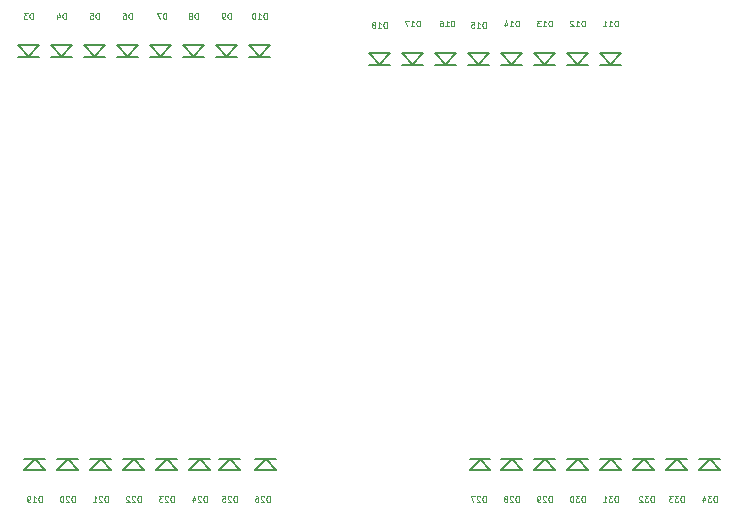
<source format=gbr>
G04 #@! TF.FileFunction,Legend,Bot*
%FSLAX46Y46*%
G04 Gerber Fmt 4.6, Leading zero omitted, Abs format (unit mm)*
G04 Created by KiCad (PCBNEW 201611211049+7371~55~ubuntu16.10.1-product) date Mon Dec 19 15:07:25 2016*
%MOMM*%
%LPD*%
G01*
G04 APERTURE LIST*
%ADD10C,0.100000*%
%ADD11C,0.150000*%
%ADD12C,0.125000*%
G04 APERTURE END LIST*
D10*
D11*
X140157200Y-65424240D02*
X141058000Y-64423480D01*
X141058000Y-64423480D02*
X139358000Y-64423480D01*
X139358000Y-64423480D02*
X140208000Y-65424240D01*
X141058000Y-65424240D02*
X139358000Y-65424240D01*
X142951200Y-65424240D02*
X143852000Y-64423480D01*
X143852000Y-64423480D02*
X142152000Y-64423480D01*
X142152000Y-64423480D02*
X143002000Y-65424240D01*
X143852000Y-65424240D02*
X142152000Y-65424240D01*
X145745200Y-65424240D02*
X146646000Y-64423480D01*
X146646000Y-64423480D02*
X144946000Y-64423480D01*
X144946000Y-64423480D02*
X145796000Y-65424240D01*
X146646000Y-65424240D02*
X144946000Y-65424240D01*
X149440000Y-65424240D02*
X147740000Y-65424240D01*
X147740000Y-64423480D02*
X148590000Y-65424240D01*
X149440000Y-64423480D02*
X147740000Y-64423480D01*
X148539200Y-65424240D02*
X149440000Y-64423480D01*
X151333200Y-65424240D02*
X152234000Y-64423480D01*
X152234000Y-64423480D02*
X150534000Y-64423480D01*
X150534000Y-64423480D02*
X151384000Y-65424240D01*
X152234000Y-65424240D02*
X150534000Y-65424240D01*
X154127200Y-65424240D02*
X155028000Y-64423480D01*
X155028000Y-64423480D02*
X153328000Y-64423480D01*
X153328000Y-64423480D02*
X154178000Y-65424240D01*
X155028000Y-65424240D02*
X153328000Y-65424240D01*
X157822000Y-65424240D02*
X156122000Y-65424240D01*
X156122000Y-64423480D02*
X156972000Y-65424240D01*
X157822000Y-64423480D02*
X156122000Y-64423480D01*
X156921200Y-65424240D02*
X157822000Y-64423480D01*
X159715200Y-65424240D02*
X160616000Y-64423480D01*
X160616000Y-64423480D02*
X158916000Y-64423480D01*
X158916000Y-64423480D02*
X159766000Y-65424240D01*
X160616000Y-65424240D02*
X158916000Y-65424240D01*
X189433200Y-66059240D02*
X190334000Y-65058480D01*
X190334000Y-65058480D02*
X188634000Y-65058480D01*
X188634000Y-65058480D02*
X189484000Y-66059240D01*
X190334000Y-66059240D02*
X188634000Y-66059240D01*
X186639200Y-66059240D02*
X187540000Y-65058480D01*
X187540000Y-65058480D02*
X185840000Y-65058480D01*
X185840000Y-65058480D02*
X186690000Y-66059240D01*
X187540000Y-66059240D02*
X185840000Y-66059240D01*
X183845200Y-66059240D02*
X184746000Y-65058480D01*
X184746000Y-65058480D02*
X183046000Y-65058480D01*
X183046000Y-65058480D02*
X183896000Y-66059240D01*
X184746000Y-66059240D02*
X183046000Y-66059240D01*
X181051200Y-66059240D02*
X181952000Y-65058480D01*
X181952000Y-65058480D02*
X180252000Y-65058480D01*
X180252000Y-65058480D02*
X181102000Y-66059240D01*
X181952000Y-66059240D02*
X180252000Y-66059240D01*
X178257200Y-66059240D02*
X179158000Y-65058480D01*
X179158000Y-65058480D02*
X177458000Y-65058480D01*
X177458000Y-65058480D02*
X178308000Y-66059240D01*
X179158000Y-66059240D02*
X177458000Y-66059240D01*
X175463200Y-66059240D02*
X176364000Y-65058480D01*
X176364000Y-65058480D02*
X174664000Y-65058480D01*
X174664000Y-65058480D02*
X175514000Y-66059240D01*
X176364000Y-66059240D02*
X174664000Y-66059240D01*
X172669200Y-66059240D02*
X173570000Y-65058480D01*
X173570000Y-65058480D02*
X171870000Y-65058480D01*
X171870000Y-65058480D02*
X172720000Y-66059240D01*
X173570000Y-66059240D02*
X171870000Y-66059240D01*
X169875200Y-66059240D02*
X170776000Y-65058480D01*
X170776000Y-65058480D02*
X169076000Y-65058480D01*
X169076000Y-65058480D02*
X169926000Y-66059240D01*
X170776000Y-66059240D02*
X169076000Y-66059240D01*
X140766800Y-99421760D02*
X139866000Y-100422520D01*
X139866000Y-100422520D02*
X141566000Y-100422520D01*
X141566000Y-100422520D02*
X140716000Y-99421760D01*
X139866000Y-99421760D02*
X141566000Y-99421760D01*
X143560800Y-99421760D02*
X142660000Y-100422520D01*
X142660000Y-100422520D02*
X144360000Y-100422520D01*
X144360000Y-100422520D02*
X143510000Y-99421760D01*
X142660000Y-99421760D02*
X144360000Y-99421760D01*
X146354800Y-99421760D02*
X145454000Y-100422520D01*
X145454000Y-100422520D02*
X147154000Y-100422520D01*
X147154000Y-100422520D02*
X146304000Y-99421760D01*
X145454000Y-99421760D02*
X147154000Y-99421760D01*
X149148800Y-99421760D02*
X148248000Y-100422520D01*
X148248000Y-100422520D02*
X149948000Y-100422520D01*
X149948000Y-100422520D02*
X149098000Y-99421760D01*
X148248000Y-99421760D02*
X149948000Y-99421760D01*
X151942800Y-99421760D02*
X151042000Y-100422520D01*
X151042000Y-100422520D02*
X152742000Y-100422520D01*
X152742000Y-100422520D02*
X151892000Y-99421760D01*
X151042000Y-99421760D02*
X152742000Y-99421760D01*
X154736800Y-99421760D02*
X153836000Y-100422520D01*
X153836000Y-100422520D02*
X155536000Y-100422520D01*
X155536000Y-100422520D02*
X154686000Y-99421760D01*
X153836000Y-99421760D02*
X155536000Y-99421760D01*
X157276800Y-99421760D02*
X156376000Y-100422520D01*
X156376000Y-100422520D02*
X158076000Y-100422520D01*
X158076000Y-100422520D02*
X157226000Y-99421760D01*
X156376000Y-99421760D02*
X158076000Y-99421760D01*
X160324800Y-99421760D02*
X159424000Y-100422520D01*
X159424000Y-100422520D02*
X161124000Y-100422520D01*
X161124000Y-100422520D02*
X160274000Y-99421760D01*
X159424000Y-99421760D02*
X161124000Y-99421760D01*
X178485800Y-99421760D02*
X177585000Y-100422520D01*
X177585000Y-100422520D02*
X179285000Y-100422520D01*
X179285000Y-100422520D02*
X178435000Y-99421760D01*
X177585000Y-99421760D02*
X179285000Y-99421760D01*
X181152800Y-99421760D02*
X180252000Y-100422520D01*
X180252000Y-100422520D02*
X181952000Y-100422520D01*
X181952000Y-100422520D02*
X181102000Y-99421760D01*
X180252000Y-99421760D02*
X181952000Y-99421760D01*
X183946800Y-99421760D02*
X183046000Y-100422520D01*
X183046000Y-100422520D02*
X184746000Y-100422520D01*
X184746000Y-100422520D02*
X183896000Y-99421760D01*
X183046000Y-99421760D02*
X184746000Y-99421760D01*
X186740800Y-99421760D02*
X185840000Y-100422520D01*
X185840000Y-100422520D02*
X187540000Y-100422520D01*
X187540000Y-100422520D02*
X186690000Y-99421760D01*
X185840000Y-99421760D02*
X187540000Y-99421760D01*
X189534800Y-99421760D02*
X188634000Y-100422520D01*
X188634000Y-100422520D02*
X190334000Y-100422520D01*
X190334000Y-100422520D02*
X189484000Y-99421760D01*
X188634000Y-99421760D02*
X190334000Y-99421760D01*
X192328800Y-99421760D02*
X191428000Y-100422520D01*
X191428000Y-100422520D02*
X193128000Y-100422520D01*
X193128000Y-100422520D02*
X192278000Y-99421760D01*
X191428000Y-99421760D02*
X193128000Y-99421760D01*
X195122800Y-99421760D02*
X194222000Y-100422520D01*
X194222000Y-100422520D02*
X195922000Y-100422520D01*
X195922000Y-100422520D02*
X195072000Y-99421760D01*
X194222000Y-99421760D02*
X195922000Y-99421760D01*
X197916800Y-99421760D02*
X197016000Y-100422520D01*
X197016000Y-100422520D02*
X198716000Y-100422520D01*
X198716000Y-100422520D02*
X197866000Y-99421760D01*
X197016000Y-99421760D02*
X198716000Y-99421760D01*
D12*
X140577047Y-62202190D02*
X140577047Y-61702190D01*
X140458000Y-61702190D01*
X140386571Y-61726000D01*
X140338952Y-61773619D01*
X140315142Y-61821238D01*
X140291333Y-61916476D01*
X140291333Y-61987904D01*
X140315142Y-62083142D01*
X140338952Y-62130761D01*
X140386571Y-62178380D01*
X140458000Y-62202190D01*
X140577047Y-62202190D01*
X140124666Y-61702190D02*
X139815142Y-61702190D01*
X139981809Y-61892666D01*
X139910380Y-61892666D01*
X139862761Y-61916476D01*
X139838952Y-61940285D01*
X139815142Y-61987904D01*
X139815142Y-62106952D01*
X139838952Y-62154571D01*
X139862761Y-62178380D01*
X139910380Y-62202190D01*
X140053238Y-62202190D01*
X140100857Y-62178380D01*
X140124666Y-62154571D01*
X143371047Y-62202190D02*
X143371047Y-61702190D01*
X143252000Y-61702190D01*
X143180571Y-61726000D01*
X143132952Y-61773619D01*
X143109142Y-61821238D01*
X143085333Y-61916476D01*
X143085333Y-61987904D01*
X143109142Y-62083142D01*
X143132952Y-62130761D01*
X143180571Y-62178380D01*
X143252000Y-62202190D01*
X143371047Y-62202190D01*
X142656761Y-61868857D02*
X142656761Y-62202190D01*
X142775809Y-61678380D02*
X142894857Y-62035523D01*
X142585333Y-62035523D01*
X146165047Y-62202190D02*
X146165047Y-61702190D01*
X146046000Y-61702190D01*
X145974571Y-61726000D01*
X145926952Y-61773619D01*
X145903142Y-61821238D01*
X145879333Y-61916476D01*
X145879333Y-61987904D01*
X145903142Y-62083142D01*
X145926952Y-62130761D01*
X145974571Y-62178380D01*
X146046000Y-62202190D01*
X146165047Y-62202190D01*
X145426952Y-61702190D02*
X145665047Y-61702190D01*
X145688857Y-61940285D01*
X145665047Y-61916476D01*
X145617428Y-61892666D01*
X145498380Y-61892666D01*
X145450761Y-61916476D01*
X145426952Y-61940285D01*
X145403142Y-61987904D01*
X145403142Y-62106952D01*
X145426952Y-62154571D01*
X145450761Y-62178380D01*
X145498380Y-62202190D01*
X145617428Y-62202190D01*
X145665047Y-62178380D01*
X145688857Y-62154571D01*
X148959047Y-62202190D02*
X148959047Y-61702190D01*
X148840000Y-61702190D01*
X148768571Y-61726000D01*
X148720952Y-61773619D01*
X148697142Y-61821238D01*
X148673333Y-61916476D01*
X148673333Y-61987904D01*
X148697142Y-62083142D01*
X148720952Y-62130761D01*
X148768571Y-62178380D01*
X148840000Y-62202190D01*
X148959047Y-62202190D01*
X148244761Y-61702190D02*
X148340000Y-61702190D01*
X148387619Y-61726000D01*
X148411428Y-61749809D01*
X148459047Y-61821238D01*
X148482857Y-61916476D01*
X148482857Y-62106952D01*
X148459047Y-62154571D01*
X148435238Y-62178380D01*
X148387619Y-62202190D01*
X148292380Y-62202190D01*
X148244761Y-62178380D01*
X148220952Y-62154571D01*
X148197142Y-62106952D01*
X148197142Y-61987904D01*
X148220952Y-61940285D01*
X148244761Y-61916476D01*
X148292380Y-61892666D01*
X148387619Y-61892666D01*
X148435238Y-61916476D01*
X148459047Y-61940285D01*
X148482857Y-61987904D01*
X151880047Y-62202190D02*
X151880047Y-61702190D01*
X151761000Y-61702190D01*
X151689571Y-61726000D01*
X151641952Y-61773619D01*
X151618142Y-61821238D01*
X151594333Y-61916476D01*
X151594333Y-61987904D01*
X151618142Y-62083142D01*
X151641952Y-62130761D01*
X151689571Y-62178380D01*
X151761000Y-62202190D01*
X151880047Y-62202190D01*
X151427666Y-61702190D02*
X151094333Y-61702190D01*
X151308619Y-62202190D01*
X154547047Y-62202190D02*
X154547047Y-61702190D01*
X154428000Y-61702190D01*
X154356571Y-61726000D01*
X154308952Y-61773619D01*
X154285142Y-61821238D01*
X154261333Y-61916476D01*
X154261333Y-61987904D01*
X154285142Y-62083142D01*
X154308952Y-62130761D01*
X154356571Y-62178380D01*
X154428000Y-62202190D01*
X154547047Y-62202190D01*
X153975619Y-61916476D02*
X154023238Y-61892666D01*
X154047047Y-61868857D01*
X154070857Y-61821238D01*
X154070857Y-61797428D01*
X154047047Y-61749809D01*
X154023238Y-61726000D01*
X153975619Y-61702190D01*
X153880380Y-61702190D01*
X153832761Y-61726000D01*
X153808952Y-61749809D01*
X153785142Y-61797428D01*
X153785142Y-61821238D01*
X153808952Y-61868857D01*
X153832761Y-61892666D01*
X153880380Y-61916476D01*
X153975619Y-61916476D01*
X154023238Y-61940285D01*
X154047047Y-61964095D01*
X154070857Y-62011714D01*
X154070857Y-62106952D01*
X154047047Y-62154571D01*
X154023238Y-62178380D01*
X153975619Y-62202190D01*
X153880380Y-62202190D01*
X153832761Y-62178380D01*
X153808952Y-62154571D01*
X153785142Y-62106952D01*
X153785142Y-62011714D01*
X153808952Y-61964095D01*
X153832761Y-61940285D01*
X153880380Y-61916476D01*
X157341047Y-62202190D02*
X157341047Y-61702190D01*
X157222000Y-61702190D01*
X157150571Y-61726000D01*
X157102952Y-61773619D01*
X157079142Y-61821238D01*
X157055333Y-61916476D01*
X157055333Y-61987904D01*
X157079142Y-62083142D01*
X157102952Y-62130761D01*
X157150571Y-62178380D01*
X157222000Y-62202190D01*
X157341047Y-62202190D01*
X156817238Y-62202190D02*
X156722000Y-62202190D01*
X156674380Y-62178380D01*
X156650571Y-62154571D01*
X156602952Y-62083142D01*
X156579142Y-61987904D01*
X156579142Y-61797428D01*
X156602952Y-61749809D01*
X156626761Y-61726000D01*
X156674380Y-61702190D01*
X156769619Y-61702190D01*
X156817238Y-61726000D01*
X156841047Y-61749809D01*
X156864857Y-61797428D01*
X156864857Y-61916476D01*
X156841047Y-61964095D01*
X156817238Y-61987904D01*
X156769619Y-62011714D01*
X156674380Y-62011714D01*
X156626761Y-61987904D01*
X156602952Y-61964095D01*
X156579142Y-61916476D01*
X160373142Y-62202190D02*
X160373142Y-61702190D01*
X160254095Y-61702190D01*
X160182666Y-61726000D01*
X160135047Y-61773619D01*
X160111238Y-61821238D01*
X160087428Y-61916476D01*
X160087428Y-61987904D01*
X160111238Y-62083142D01*
X160135047Y-62130761D01*
X160182666Y-62178380D01*
X160254095Y-62202190D01*
X160373142Y-62202190D01*
X159611238Y-62202190D02*
X159896952Y-62202190D01*
X159754095Y-62202190D02*
X159754095Y-61702190D01*
X159801714Y-61773619D01*
X159849333Y-61821238D01*
X159896952Y-61845047D01*
X159301714Y-61702190D02*
X159254095Y-61702190D01*
X159206476Y-61726000D01*
X159182666Y-61749809D01*
X159158857Y-61797428D01*
X159135047Y-61892666D01*
X159135047Y-62011714D01*
X159158857Y-62106952D01*
X159182666Y-62154571D01*
X159206476Y-62178380D01*
X159254095Y-62202190D01*
X159301714Y-62202190D01*
X159349333Y-62178380D01*
X159373142Y-62154571D01*
X159396952Y-62106952D01*
X159420761Y-62011714D01*
X159420761Y-61892666D01*
X159396952Y-61797428D01*
X159373142Y-61749809D01*
X159349333Y-61726000D01*
X159301714Y-61702190D01*
X190091142Y-62837190D02*
X190091142Y-62337190D01*
X189972095Y-62337190D01*
X189900666Y-62361000D01*
X189853047Y-62408619D01*
X189829238Y-62456238D01*
X189805428Y-62551476D01*
X189805428Y-62622904D01*
X189829238Y-62718142D01*
X189853047Y-62765761D01*
X189900666Y-62813380D01*
X189972095Y-62837190D01*
X190091142Y-62837190D01*
X189329238Y-62837190D02*
X189614952Y-62837190D01*
X189472095Y-62837190D02*
X189472095Y-62337190D01*
X189519714Y-62408619D01*
X189567333Y-62456238D01*
X189614952Y-62480047D01*
X188853047Y-62837190D02*
X189138761Y-62837190D01*
X188995904Y-62837190D02*
X188995904Y-62337190D01*
X189043523Y-62408619D01*
X189091142Y-62456238D01*
X189138761Y-62480047D01*
X187297142Y-62837190D02*
X187297142Y-62337190D01*
X187178095Y-62337190D01*
X187106666Y-62361000D01*
X187059047Y-62408619D01*
X187035238Y-62456238D01*
X187011428Y-62551476D01*
X187011428Y-62622904D01*
X187035238Y-62718142D01*
X187059047Y-62765761D01*
X187106666Y-62813380D01*
X187178095Y-62837190D01*
X187297142Y-62837190D01*
X186535238Y-62837190D02*
X186820952Y-62837190D01*
X186678095Y-62837190D02*
X186678095Y-62337190D01*
X186725714Y-62408619D01*
X186773333Y-62456238D01*
X186820952Y-62480047D01*
X186344761Y-62384809D02*
X186320952Y-62361000D01*
X186273333Y-62337190D01*
X186154285Y-62337190D01*
X186106666Y-62361000D01*
X186082857Y-62384809D01*
X186059047Y-62432428D01*
X186059047Y-62480047D01*
X186082857Y-62551476D01*
X186368571Y-62837190D01*
X186059047Y-62837190D01*
X184503142Y-62837190D02*
X184503142Y-62337190D01*
X184384095Y-62337190D01*
X184312666Y-62361000D01*
X184265047Y-62408619D01*
X184241238Y-62456238D01*
X184217428Y-62551476D01*
X184217428Y-62622904D01*
X184241238Y-62718142D01*
X184265047Y-62765761D01*
X184312666Y-62813380D01*
X184384095Y-62837190D01*
X184503142Y-62837190D01*
X183741238Y-62837190D02*
X184026952Y-62837190D01*
X183884095Y-62837190D02*
X183884095Y-62337190D01*
X183931714Y-62408619D01*
X183979333Y-62456238D01*
X184026952Y-62480047D01*
X183574571Y-62337190D02*
X183265047Y-62337190D01*
X183431714Y-62527666D01*
X183360285Y-62527666D01*
X183312666Y-62551476D01*
X183288857Y-62575285D01*
X183265047Y-62622904D01*
X183265047Y-62741952D01*
X183288857Y-62789571D01*
X183312666Y-62813380D01*
X183360285Y-62837190D01*
X183503142Y-62837190D01*
X183550761Y-62813380D01*
X183574571Y-62789571D01*
X181709142Y-62837190D02*
X181709142Y-62337190D01*
X181590095Y-62337190D01*
X181518666Y-62361000D01*
X181471047Y-62408619D01*
X181447238Y-62456238D01*
X181423428Y-62551476D01*
X181423428Y-62622904D01*
X181447238Y-62718142D01*
X181471047Y-62765761D01*
X181518666Y-62813380D01*
X181590095Y-62837190D01*
X181709142Y-62837190D01*
X180947238Y-62837190D02*
X181232952Y-62837190D01*
X181090095Y-62837190D02*
X181090095Y-62337190D01*
X181137714Y-62408619D01*
X181185333Y-62456238D01*
X181232952Y-62480047D01*
X180518666Y-62503857D02*
X180518666Y-62837190D01*
X180637714Y-62313380D02*
X180756761Y-62670523D01*
X180447238Y-62670523D01*
X178915142Y-62964190D02*
X178915142Y-62464190D01*
X178796095Y-62464190D01*
X178724666Y-62488000D01*
X178677047Y-62535619D01*
X178653238Y-62583238D01*
X178629428Y-62678476D01*
X178629428Y-62749904D01*
X178653238Y-62845142D01*
X178677047Y-62892761D01*
X178724666Y-62940380D01*
X178796095Y-62964190D01*
X178915142Y-62964190D01*
X178153238Y-62964190D02*
X178438952Y-62964190D01*
X178296095Y-62964190D02*
X178296095Y-62464190D01*
X178343714Y-62535619D01*
X178391333Y-62583238D01*
X178438952Y-62607047D01*
X177700857Y-62464190D02*
X177938952Y-62464190D01*
X177962761Y-62702285D01*
X177938952Y-62678476D01*
X177891333Y-62654666D01*
X177772285Y-62654666D01*
X177724666Y-62678476D01*
X177700857Y-62702285D01*
X177677047Y-62749904D01*
X177677047Y-62868952D01*
X177700857Y-62916571D01*
X177724666Y-62940380D01*
X177772285Y-62964190D01*
X177891333Y-62964190D01*
X177938952Y-62940380D01*
X177962761Y-62916571D01*
X176248142Y-62837190D02*
X176248142Y-62337190D01*
X176129095Y-62337190D01*
X176057666Y-62361000D01*
X176010047Y-62408619D01*
X175986238Y-62456238D01*
X175962428Y-62551476D01*
X175962428Y-62622904D01*
X175986238Y-62718142D01*
X176010047Y-62765761D01*
X176057666Y-62813380D01*
X176129095Y-62837190D01*
X176248142Y-62837190D01*
X175486238Y-62837190D02*
X175771952Y-62837190D01*
X175629095Y-62837190D02*
X175629095Y-62337190D01*
X175676714Y-62408619D01*
X175724333Y-62456238D01*
X175771952Y-62480047D01*
X175057666Y-62337190D02*
X175152904Y-62337190D01*
X175200523Y-62361000D01*
X175224333Y-62384809D01*
X175271952Y-62456238D01*
X175295761Y-62551476D01*
X175295761Y-62741952D01*
X175271952Y-62789571D01*
X175248142Y-62813380D01*
X175200523Y-62837190D01*
X175105285Y-62837190D01*
X175057666Y-62813380D01*
X175033857Y-62789571D01*
X175010047Y-62741952D01*
X175010047Y-62622904D01*
X175033857Y-62575285D01*
X175057666Y-62551476D01*
X175105285Y-62527666D01*
X175200523Y-62527666D01*
X175248142Y-62551476D01*
X175271952Y-62575285D01*
X175295761Y-62622904D01*
X173327142Y-62837190D02*
X173327142Y-62337190D01*
X173208095Y-62337190D01*
X173136666Y-62361000D01*
X173089047Y-62408619D01*
X173065238Y-62456238D01*
X173041428Y-62551476D01*
X173041428Y-62622904D01*
X173065238Y-62718142D01*
X173089047Y-62765761D01*
X173136666Y-62813380D01*
X173208095Y-62837190D01*
X173327142Y-62837190D01*
X172565238Y-62837190D02*
X172850952Y-62837190D01*
X172708095Y-62837190D02*
X172708095Y-62337190D01*
X172755714Y-62408619D01*
X172803333Y-62456238D01*
X172850952Y-62480047D01*
X172398571Y-62337190D02*
X172065238Y-62337190D01*
X172279523Y-62837190D01*
X170533142Y-62964190D02*
X170533142Y-62464190D01*
X170414095Y-62464190D01*
X170342666Y-62488000D01*
X170295047Y-62535619D01*
X170271238Y-62583238D01*
X170247428Y-62678476D01*
X170247428Y-62749904D01*
X170271238Y-62845142D01*
X170295047Y-62892761D01*
X170342666Y-62940380D01*
X170414095Y-62964190D01*
X170533142Y-62964190D01*
X169771238Y-62964190D02*
X170056952Y-62964190D01*
X169914095Y-62964190D02*
X169914095Y-62464190D01*
X169961714Y-62535619D01*
X170009333Y-62583238D01*
X170056952Y-62607047D01*
X169485523Y-62678476D02*
X169533142Y-62654666D01*
X169556952Y-62630857D01*
X169580761Y-62583238D01*
X169580761Y-62559428D01*
X169556952Y-62511809D01*
X169533142Y-62488000D01*
X169485523Y-62464190D01*
X169390285Y-62464190D01*
X169342666Y-62488000D01*
X169318857Y-62511809D01*
X169295047Y-62559428D01*
X169295047Y-62583238D01*
X169318857Y-62630857D01*
X169342666Y-62654666D01*
X169390285Y-62678476D01*
X169485523Y-62678476D01*
X169533142Y-62702285D01*
X169556952Y-62726095D01*
X169580761Y-62773714D01*
X169580761Y-62868952D01*
X169556952Y-62916571D01*
X169533142Y-62940380D01*
X169485523Y-62964190D01*
X169390285Y-62964190D01*
X169342666Y-62940380D01*
X169318857Y-62916571D01*
X169295047Y-62868952D01*
X169295047Y-62773714D01*
X169318857Y-62726095D01*
X169342666Y-62702285D01*
X169390285Y-62678476D01*
X141323142Y-103096190D02*
X141323142Y-102596190D01*
X141204095Y-102596190D01*
X141132666Y-102620000D01*
X141085047Y-102667619D01*
X141061238Y-102715238D01*
X141037428Y-102810476D01*
X141037428Y-102881904D01*
X141061238Y-102977142D01*
X141085047Y-103024761D01*
X141132666Y-103072380D01*
X141204095Y-103096190D01*
X141323142Y-103096190D01*
X140561238Y-103096190D02*
X140846952Y-103096190D01*
X140704095Y-103096190D02*
X140704095Y-102596190D01*
X140751714Y-102667619D01*
X140799333Y-102715238D01*
X140846952Y-102739047D01*
X140323142Y-103096190D02*
X140227904Y-103096190D01*
X140180285Y-103072380D01*
X140156476Y-103048571D01*
X140108857Y-102977142D01*
X140085047Y-102881904D01*
X140085047Y-102691428D01*
X140108857Y-102643809D01*
X140132666Y-102620000D01*
X140180285Y-102596190D01*
X140275523Y-102596190D01*
X140323142Y-102620000D01*
X140346952Y-102643809D01*
X140370761Y-102691428D01*
X140370761Y-102810476D01*
X140346952Y-102858095D01*
X140323142Y-102881904D01*
X140275523Y-102905714D01*
X140180285Y-102905714D01*
X140132666Y-102881904D01*
X140108857Y-102858095D01*
X140085047Y-102810476D01*
X144117142Y-103096190D02*
X144117142Y-102596190D01*
X143998095Y-102596190D01*
X143926666Y-102620000D01*
X143879047Y-102667619D01*
X143855238Y-102715238D01*
X143831428Y-102810476D01*
X143831428Y-102881904D01*
X143855238Y-102977142D01*
X143879047Y-103024761D01*
X143926666Y-103072380D01*
X143998095Y-103096190D01*
X144117142Y-103096190D01*
X143640952Y-102643809D02*
X143617142Y-102620000D01*
X143569523Y-102596190D01*
X143450476Y-102596190D01*
X143402857Y-102620000D01*
X143379047Y-102643809D01*
X143355238Y-102691428D01*
X143355238Y-102739047D01*
X143379047Y-102810476D01*
X143664761Y-103096190D01*
X143355238Y-103096190D01*
X143045714Y-102596190D02*
X142998095Y-102596190D01*
X142950476Y-102620000D01*
X142926666Y-102643809D01*
X142902857Y-102691428D01*
X142879047Y-102786666D01*
X142879047Y-102905714D01*
X142902857Y-103000952D01*
X142926666Y-103048571D01*
X142950476Y-103072380D01*
X142998095Y-103096190D01*
X143045714Y-103096190D01*
X143093333Y-103072380D01*
X143117142Y-103048571D01*
X143140952Y-103000952D01*
X143164761Y-102905714D01*
X143164761Y-102786666D01*
X143140952Y-102691428D01*
X143117142Y-102643809D01*
X143093333Y-102620000D01*
X143045714Y-102596190D01*
X146911142Y-103096190D02*
X146911142Y-102596190D01*
X146792095Y-102596190D01*
X146720666Y-102620000D01*
X146673047Y-102667619D01*
X146649238Y-102715238D01*
X146625428Y-102810476D01*
X146625428Y-102881904D01*
X146649238Y-102977142D01*
X146673047Y-103024761D01*
X146720666Y-103072380D01*
X146792095Y-103096190D01*
X146911142Y-103096190D01*
X146434952Y-102643809D02*
X146411142Y-102620000D01*
X146363523Y-102596190D01*
X146244476Y-102596190D01*
X146196857Y-102620000D01*
X146173047Y-102643809D01*
X146149238Y-102691428D01*
X146149238Y-102739047D01*
X146173047Y-102810476D01*
X146458761Y-103096190D01*
X146149238Y-103096190D01*
X145673047Y-103096190D02*
X145958761Y-103096190D01*
X145815904Y-103096190D02*
X145815904Y-102596190D01*
X145863523Y-102667619D01*
X145911142Y-102715238D01*
X145958761Y-102739047D01*
X149705142Y-103096190D02*
X149705142Y-102596190D01*
X149586095Y-102596190D01*
X149514666Y-102620000D01*
X149467047Y-102667619D01*
X149443238Y-102715238D01*
X149419428Y-102810476D01*
X149419428Y-102881904D01*
X149443238Y-102977142D01*
X149467047Y-103024761D01*
X149514666Y-103072380D01*
X149586095Y-103096190D01*
X149705142Y-103096190D01*
X149228952Y-102643809D02*
X149205142Y-102620000D01*
X149157523Y-102596190D01*
X149038476Y-102596190D01*
X148990857Y-102620000D01*
X148967047Y-102643809D01*
X148943238Y-102691428D01*
X148943238Y-102739047D01*
X148967047Y-102810476D01*
X149252761Y-103096190D01*
X148943238Y-103096190D01*
X148752761Y-102643809D02*
X148728952Y-102620000D01*
X148681333Y-102596190D01*
X148562285Y-102596190D01*
X148514666Y-102620000D01*
X148490857Y-102643809D01*
X148467047Y-102691428D01*
X148467047Y-102739047D01*
X148490857Y-102810476D01*
X148776571Y-103096190D01*
X148467047Y-103096190D01*
X152499142Y-103096190D02*
X152499142Y-102596190D01*
X152380095Y-102596190D01*
X152308666Y-102620000D01*
X152261047Y-102667619D01*
X152237238Y-102715238D01*
X152213428Y-102810476D01*
X152213428Y-102881904D01*
X152237238Y-102977142D01*
X152261047Y-103024761D01*
X152308666Y-103072380D01*
X152380095Y-103096190D01*
X152499142Y-103096190D01*
X152022952Y-102643809D02*
X151999142Y-102620000D01*
X151951523Y-102596190D01*
X151832476Y-102596190D01*
X151784857Y-102620000D01*
X151761047Y-102643809D01*
X151737238Y-102691428D01*
X151737238Y-102739047D01*
X151761047Y-102810476D01*
X152046761Y-103096190D01*
X151737238Y-103096190D01*
X151570571Y-102596190D02*
X151261047Y-102596190D01*
X151427714Y-102786666D01*
X151356285Y-102786666D01*
X151308666Y-102810476D01*
X151284857Y-102834285D01*
X151261047Y-102881904D01*
X151261047Y-103000952D01*
X151284857Y-103048571D01*
X151308666Y-103072380D01*
X151356285Y-103096190D01*
X151499142Y-103096190D01*
X151546761Y-103072380D01*
X151570571Y-103048571D01*
X155293142Y-103096190D02*
X155293142Y-102596190D01*
X155174095Y-102596190D01*
X155102666Y-102620000D01*
X155055047Y-102667619D01*
X155031238Y-102715238D01*
X155007428Y-102810476D01*
X155007428Y-102881904D01*
X155031238Y-102977142D01*
X155055047Y-103024761D01*
X155102666Y-103072380D01*
X155174095Y-103096190D01*
X155293142Y-103096190D01*
X154816952Y-102643809D02*
X154793142Y-102620000D01*
X154745523Y-102596190D01*
X154626476Y-102596190D01*
X154578857Y-102620000D01*
X154555047Y-102643809D01*
X154531238Y-102691428D01*
X154531238Y-102739047D01*
X154555047Y-102810476D01*
X154840761Y-103096190D01*
X154531238Y-103096190D01*
X154102666Y-102762857D02*
X154102666Y-103096190D01*
X154221714Y-102572380D02*
X154340761Y-102929523D01*
X154031238Y-102929523D01*
X157833142Y-103096190D02*
X157833142Y-102596190D01*
X157714095Y-102596190D01*
X157642666Y-102620000D01*
X157595047Y-102667619D01*
X157571238Y-102715238D01*
X157547428Y-102810476D01*
X157547428Y-102881904D01*
X157571238Y-102977142D01*
X157595047Y-103024761D01*
X157642666Y-103072380D01*
X157714095Y-103096190D01*
X157833142Y-103096190D01*
X157356952Y-102643809D02*
X157333142Y-102620000D01*
X157285523Y-102596190D01*
X157166476Y-102596190D01*
X157118857Y-102620000D01*
X157095047Y-102643809D01*
X157071238Y-102691428D01*
X157071238Y-102739047D01*
X157095047Y-102810476D01*
X157380761Y-103096190D01*
X157071238Y-103096190D01*
X156618857Y-102596190D02*
X156856952Y-102596190D01*
X156880761Y-102834285D01*
X156856952Y-102810476D01*
X156809333Y-102786666D01*
X156690285Y-102786666D01*
X156642666Y-102810476D01*
X156618857Y-102834285D01*
X156595047Y-102881904D01*
X156595047Y-103000952D01*
X156618857Y-103048571D01*
X156642666Y-103072380D01*
X156690285Y-103096190D01*
X156809333Y-103096190D01*
X156856952Y-103072380D01*
X156880761Y-103048571D01*
X160627142Y-103096190D02*
X160627142Y-102596190D01*
X160508095Y-102596190D01*
X160436666Y-102620000D01*
X160389047Y-102667619D01*
X160365238Y-102715238D01*
X160341428Y-102810476D01*
X160341428Y-102881904D01*
X160365238Y-102977142D01*
X160389047Y-103024761D01*
X160436666Y-103072380D01*
X160508095Y-103096190D01*
X160627142Y-103096190D01*
X160150952Y-102643809D02*
X160127142Y-102620000D01*
X160079523Y-102596190D01*
X159960476Y-102596190D01*
X159912857Y-102620000D01*
X159889047Y-102643809D01*
X159865238Y-102691428D01*
X159865238Y-102739047D01*
X159889047Y-102810476D01*
X160174761Y-103096190D01*
X159865238Y-103096190D01*
X159436666Y-102596190D02*
X159531904Y-102596190D01*
X159579523Y-102620000D01*
X159603333Y-102643809D01*
X159650952Y-102715238D01*
X159674761Y-102810476D01*
X159674761Y-103000952D01*
X159650952Y-103048571D01*
X159627142Y-103072380D01*
X159579523Y-103096190D01*
X159484285Y-103096190D01*
X159436666Y-103072380D01*
X159412857Y-103048571D01*
X159389047Y-103000952D01*
X159389047Y-102881904D01*
X159412857Y-102834285D01*
X159436666Y-102810476D01*
X159484285Y-102786666D01*
X159579523Y-102786666D01*
X159627142Y-102810476D01*
X159650952Y-102834285D01*
X159674761Y-102881904D01*
X178915142Y-103096190D02*
X178915142Y-102596190D01*
X178796095Y-102596190D01*
X178724666Y-102620000D01*
X178677047Y-102667619D01*
X178653238Y-102715238D01*
X178629428Y-102810476D01*
X178629428Y-102881904D01*
X178653238Y-102977142D01*
X178677047Y-103024761D01*
X178724666Y-103072380D01*
X178796095Y-103096190D01*
X178915142Y-103096190D01*
X178438952Y-102643809D02*
X178415142Y-102620000D01*
X178367523Y-102596190D01*
X178248476Y-102596190D01*
X178200857Y-102620000D01*
X178177047Y-102643809D01*
X178153238Y-102691428D01*
X178153238Y-102739047D01*
X178177047Y-102810476D01*
X178462761Y-103096190D01*
X178153238Y-103096190D01*
X177986571Y-102596190D02*
X177653238Y-102596190D01*
X177867523Y-103096190D01*
X181709142Y-103096190D02*
X181709142Y-102596190D01*
X181590095Y-102596190D01*
X181518666Y-102620000D01*
X181471047Y-102667619D01*
X181447238Y-102715238D01*
X181423428Y-102810476D01*
X181423428Y-102881904D01*
X181447238Y-102977142D01*
X181471047Y-103024761D01*
X181518666Y-103072380D01*
X181590095Y-103096190D01*
X181709142Y-103096190D01*
X181232952Y-102643809D02*
X181209142Y-102620000D01*
X181161523Y-102596190D01*
X181042476Y-102596190D01*
X180994857Y-102620000D01*
X180971047Y-102643809D01*
X180947238Y-102691428D01*
X180947238Y-102739047D01*
X180971047Y-102810476D01*
X181256761Y-103096190D01*
X180947238Y-103096190D01*
X180661523Y-102810476D02*
X180709142Y-102786666D01*
X180732952Y-102762857D01*
X180756761Y-102715238D01*
X180756761Y-102691428D01*
X180732952Y-102643809D01*
X180709142Y-102620000D01*
X180661523Y-102596190D01*
X180566285Y-102596190D01*
X180518666Y-102620000D01*
X180494857Y-102643809D01*
X180471047Y-102691428D01*
X180471047Y-102715238D01*
X180494857Y-102762857D01*
X180518666Y-102786666D01*
X180566285Y-102810476D01*
X180661523Y-102810476D01*
X180709142Y-102834285D01*
X180732952Y-102858095D01*
X180756761Y-102905714D01*
X180756761Y-103000952D01*
X180732952Y-103048571D01*
X180709142Y-103072380D01*
X180661523Y-103096190D01*
X180566285Y-103096190D01*
X180518666Y-103072380D01*
X180494857Y-103048571D01*
X180471047Y-103000952D01*
X180471047Y-102905714D01*
X180494857Y-102858095D01*
X180518666Y-102834285D01*
X180566285Y-102810476D01*
X184503142Y-103096190D02*
X184503142Y-102596190D01*
X184384095Y-102596190D01*
X184312666Y-102620000D01*
X184265047Y-102667619D01*
X184241238Y-102715238D01*
X184217428Y-102810476D01*
X184217428Y-102881904D01*
X184241238Y-102977142D01*
X184265047Y-103024761D01*
X184312666Y-103072380D01*
X184384095Y-103096190D01*
X184503142Y-103096190D01*
X184026952Y-102643809D02*
X184003142Y-102620000D01*
X183955523Y-102596190D01*
X183836476Y-102596190D01*
X183788857Y-102620000D01*
X183765047Y-102643809D01*
X183741238Y-102691428D01*
X183741238Y-102739047D01*
X183765047Y-102810476D01*
X184050761Y-103096190D01*
X183741238Y-103096190D01*
X183503142Y-103096190D02*
X183407904Y-103096190D01*
X183360285Y-103072380D01*
X183336476Y-103048571D01*
X183288857Y-102977142D01*
X183265047Y-102881904D01*
X183265047Y-102691428D01*
X183288857Y-102643809D01*
X183312666Y-102620000D01*
X183360285Y-102596190D01*
X183455523Y-102596190D01*
X183503142Y-102620000D01*
X183526952Y-102643809D01*
X183550761Y-102691428D01*
X183550761Y-102810476D01*
X183526952Y-102858095D01*
X183503142Y-102881904D01*
X183455523Y-102905714D01*
X183360285Y-102905714D01*
X183312666Y-102881904D01*
X183288857Y-102858095D01*
X183265047Y-102810476D01*
X187297142Y-103096190D02*
X187297142Y-102596190D01*
X187178095Y-102596190D01*
X187106666Y-102620000D01*
X187059047Y-102667619D01*
X187035238Y-102715238D01*
X187011428Y-102810476D01*
X187011428Y-102881904D01*
X187035238Y-102977142D01*
X187059047Y-103024761D01*
X187106666Y-103072380D01*
X187178095Y-103096190D01*
X187297142Y-103096190D01*
X186844761Y-102596190D02*
X186535238Y-102596190D01*
X186701904Y-102786666D01*
X186630476Y-102786666D01*
X186582857Y-102810476D01*
X186559047Y-102834285D01*
X186535238Y-102881904D01*
X186535238Y-103000952D01*
X186559047Y-103048571D01*
X186582857Y-103072380D01*
X186630476Y-103096190D01*
X186773333Y-103096190D01*
X186820952Y-103072380D01*
X186844761Y-103048571D01*
X186225714Y-102596190D02*
X186178095Y-102596190D01*
X186130476Y-102620000D01*
X186106666Y-102643809D01*
X186082857Y-102691428D01*
X186059047Y-102786666D01*
X186059047Y-102905714D01*
X186082857Y-103000952D01*
X186106666Y-103048571D01*
X186130476Y-103072380D01*
X186178095Y-103096190D01*
X186225714Y-103096190D01*
X186273333Y-103072380D01*
X186297142Y-103048571D01*
X186320952Y-103000952D01*
X186344761Y-102905714D01*
X186344761Y-102786666D01*
X186320952Y-102691428D01*
X186297142Y-102643809D01*
X186273333Y-102620000D01*
X186225714Y-102596190D01*
X190091142Y-103096190D02*
X190091142Y-102596190D01*
X189972095Y-102596190D01*
X189900666Y-102620000D01*
X189853047Y-102667619D01*
X189829238Y-102715238D01*
X189805428Y-102810476D01*
X189805428Y-102881904D01*
X189829238Y-102977142D01*
X189853047Y-103024761D01*
X189900666Y-103072380D01*
X189972095Y-103096190D01*
X190091142Y-103096190D01*
X189638761Y-102596190D02*
X189329238Y-102596190D01*
X189495904Y-102786666D01*
X189424476Y-102786666D01*
X189376857Y-102810476D01*
X189353047Y-102834285D01*
X189329238Y-102881904D01*
X189329238Y-103000952D01*
X189353047Y-103048571D01*
X189376857Y-103072380D01*
X189424476Y-103096190D01*
X189567333Y-103096190D01*
X189614952Y-103072380D01*
X189638761Y-103048571D01*
X188853047Y-103096190D02*
X189138761Y-103096190D01*
X188995904Y-103096190D02*
X188995904Y-102596190D01*
X189043523Y-102667619D01*
X189091142Y-102715238D01*
X189138761Y-102739047D01*
X193139142Y-103096190D02*
X193139142Y-102596190D01*
X193020095Y-102596190D01*
X192948666Y-102620000D01*
X192901047Y-102667619D01*
X192877238Y-102715238D01*
X192853428Y-102810476D01*
X192853428Y-102881904D01*
X192877238Y-102977142D01*
X192901047Y-103024761D01*
X192948666Y-103072380D01*
X193020095Y-103096190D01*
X193139142Y-103096190D01*
X192686761Y-102596190D02*
X192377238Y-102596190D01*
X192543904Y-102786666D01*
X192472476Y-102786666D01*
X192424857Y-102810476D01*
X192401047Y-102834285D01*
X192377238Y-102881904D01*
X192377238Y-103000952D01*
X192401047Y-103048571D01*
X192424857Y-103072380D01*
X192472476Y-103096190D01*
X192615333Y-103096190D01*
X192662952Y-103072380D01*
X192686761Y-103048571D01*
X192186761Y-102643809D02*
X192162952Y-102620000D01*
X192115333Y-102596190D01*
X191996285Y-102596190D01*
X191948666Y-102620000D01*
X191924857Y-102643809D01*
X191901047Y-102691428D01*
X191901047Y-102739047D01*
X191924857Y-102810476D01*
X192210571Y-103096190D01*
X191901047Y-103096190D01*
X195679142Y-103096190D02*
X195679142Y-102596190D01*
X195560095Y-102596190D01*
X195488666Y-102620000D01*
X195441047Y-102667619D01*
X195417238Y-102715238D01*
X195393428Y-102810476D01*
X195393428Y-102881904D01*
X195417238Y-102977142D01*
X195441047Y-103024761D01*
X195488666Y-103072380D01*
X195560095Y-103096190D01*
X195679142Y-103096190D01*
X195226761Y-102596190D02*
X194917238Y-102596190D01*
X195083904Y-102786666D01*
X195012476Y-102786666D01*
X194964857Y-102810476D01*
X194941047Y-102834285D01*
X194917238Y-102881904D01*
X194917238Y-103000952D01*
X194941047Y-103048571D01*
X194964857Y-103072380D01*
X195012476Y-103096190D01*
X195155333Y-103096190D01*
X195202952Y-103072380D01*
X195226761Y-103048571D01*
X194750571Y-102596190D02*
X194441047Y-102596190D01*
X194607714Y-102786666D01*
X194536285Y-102786666D01*
X194488666Y-102810476D01*
X194464857Y-102834285D01*
X194441047Y-102881904D01*
X194441047Y-103000952D01*
X194464857Y-103048571D01*
X194488666Y-103072380D01*
X194536285Y-103096190D01*
X194679142Y-103096190D01*
X194726761Y-103072380D01*
X194750571Y-103048571D01*
X198473142Y-103096190D02*
X198473142Y-102596190D01*
X198354095Y-102596190D01*
X198282666Y-102620000D01*
X198235047Y-102667619D01*
X198211238Y-102715238D01*
X198187428Y-102810476D01*
X198187428Y-102881904D01*
X198211238Y-102977142D01*
X198235047Y-103024761D01*
X198282666Y-103072380D01*
X198354095Y-103096190D01*
X198473142Y-103096190D01*
X198020761Y-102596190D02*
X197711238Y-102596190D01*
X197877904Y-102786666D01*
X197806476Y-102786666D01*
X197758857Y-102810476D01*
X197735047Y-102834285D01*
X197711238Y-102881904D01*
X197711238Y-103000952D01*
X197735047Y-103048571D01*
X197758857Y-103072380D01*
X197806476Y-103096190D01*
X197949333Y-103096190D01*
X197996952Y-103072380D01*
X198020761Y-103048571D01*
X197282666Y-102762857D02*
X197282666Y-103096190D01*
X197401714Y-102572380D02*
X197520761Y-102929523D01*
X197211238Y-102929523D01*
M02*

</source>
